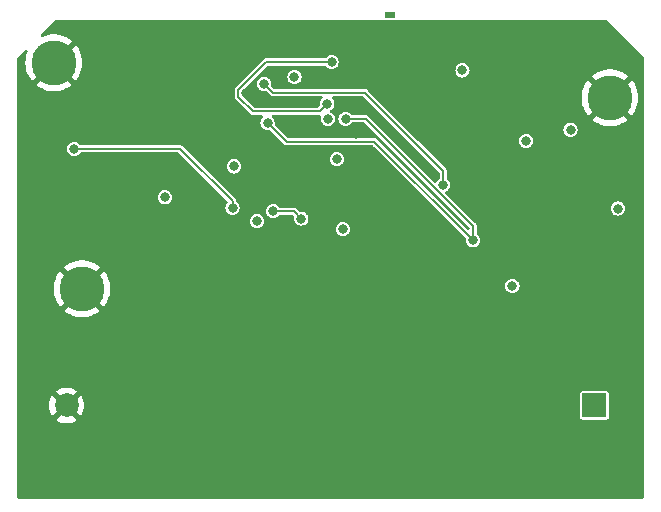
<source format=gbr>
%TF.GenerationSoftware,KiCad,Pcbnew,7.0.2*%
%TF.CreationDate,2023-05-16T00:14:24-03:00*%
%TF.ProjectId,fullWirelessComTractian,66756c6c-5769-4726-956c-657373436f6d,rev?*%
%TF.SameCoordinates,Original*%
%TF.FileFunction,Copper,L4,Bot*%
%TF.FilePolarity,Positive*%
%FSLAX46Y46*%
G04 Gerber Fmt 4.6, Leading zero omitted, Abs format (unit mm)*
G04 Created by KiCad (PCBNEW 7.0.2) date 2023-05-16 00:14:24*
%MOMM*%
%LPD*%
G01*
G04 APERTURE LIST*
%TA.AperFunction,ComponentPad*%
%ADD10R,0.900000X0.500000*%
%TD*%
%TA.AperFunction,ComponentPad*%
%ADD11C,3.800000*%
%TD*%
%TA.AperFunction,ComponentPad*%
%ADD12R,2.000000X2.000000*%
%TD*%
%TA.AperFunction,ComponentPad*%
%ADD13C,2.000000*%
%TD*%
%TA.AperFunction,ViaPad*%
%ADD14C,0.800000*%
%TD*%
%TA.AperFunction,Conductor*%
%ADD15C,0.200000*%
%TD*%
G04 APERTURE END LIST*
D10*
%TO.P,ANT1,2,Shield*%
%TO.N,GND*%
X159870000Y-92185000D03*
%TD*%
D11*
%TO.P,REF\u002A\u002A,1*%
%TO.N,GND*%
X178490000Y-99180000D03*
%TD*%
%TO.P,REF\u002A\u002A,1*%
%TO.N,GND*%
X131400000Y-96210000D03*
%TD*%
%TO.P,REF\u002A\u002A,1*%
%TO.N,GND*%
X133790000Y-115350000D03*
%TD*%
D12*
%TO.P,BT1,1,+*%
%TO.N,Net-(BT1-+)*%
X177180000Y-125230000D03*
D13*
%TO.P,BT1,2,-*%
%TO.N,GND*%
X132480000Y-125230000D03*
%TD*%
D14*
%TO.N,GND*%
X133760000Y-101330000D03*
X150900000Y-117760000D03*
X161400000Y-95690000D03*
X167060000Y-95860000D03*
X138140000Y-97000000D03*
X129160000Y-106660000D03*
X174510000Y-104250000D03*
X160210000Y-93630000D03*
X174570000Y-93630000D03*
X160780000Y-97740000D03*
X165380000Y-111310000D03*
X150820000Y-93640000D03*
X159220000Y-117700000D03*
X167180000Y-117560000D03*
X151780000Y-104830000D03*
X148270000Y-93600000D03*
X151410000Y-95310000D03*
X130850000Y-101220000D03*
X137540000Y-114040000D03*
X144060000Y-115520000D03*
X130690000Y-104910000D03*
X162900000Y-93630000D03*
X151780000Y-103740000D03*
X171490000Y-93650000D03*
X143720000Y-113070000D03*
X168610000Y-93690000D03*
X151790000Y-105910000D03*
X155020000Y-117700000D03*
X130140000Y-115740000D03*
X177330000Y-102610000D03*
X143410000Y-101020000D03*
X140650000Y-96970000D03*
X138350000Y-116800000D03*
X147050000Y-115540000D03*
X150640000Y-103730000D03*
X163380000Y-102360000D03*
X177380000Y-93620000D03*
X145380000Y-93500000D03*
X130570000Y-99000000D03*
X180170000Y-103420000D03*
X148940000Y-95310000D03*
X163170000Y-97870000D03*
X140670000Y-93530000D03*
X172960000Y-95870000D03*
X129160000Y-110090000D03*
X141430000Y-95380000D03*
X169900000Y-95860000D03*
X156953419Y-102219078D03*
X146850000Y-95270000D03*
X138160000Y-93560000D03*
X147250000Y-117730000D03*
X151560000Y-99660000D03*
X172980000Y-106090000D03*
X160870000Y-109300000D03*
X155400000Y-93680000D03*
X152910000Y-104800000D03*
X144770000Y-102570000D03*
X135180000Y-96510000D03*
X145360000Y-96940000D03*
X141680000Y-100010000D03*
X172690000Y-108690000D03*
X141270000Y-116490000D03*
X162250000Y-99980000D03*
X155680000Y-105759500D03*
X165730000Y-93650000D03*
X141790000Y-102460000D03*
X152910000Y-103710000D03*
X145470000Y-100100000D03*
X143940000Y-95350000D03*
X129330000Y-112730000D03*
X175160000Y-100260000D03*
X129410000Y-103070000D03*
X147690000Y-98800000D03*
X175770000Y-95820000D03*
X139230000Y-95380000D03*
X177580000Y-108010000D03*
X177020000Y-106060000D03*
X133740000Y-98360000D03*
X136720000Y-95410000D03*
X150650000Y-105900000D03*
X169820000Y-105760000D03*
X135460000Y-93590000D03*
X145280000Y-111170000D03*
X163930000Y-95690000D03*
X150640000Y-104820000D03*
X153200000Y-93730000D03*
X154480000Y-95320000D03*
X131700000Y-111420000D03*
X130940000Y-108390000D03*
X142850000Y-96970000D03*
X164070000Y-117580000D03*
X142870000Y-93530000D03*
X132290000Y-93560000D03*
X158740000Y-98790000D03*
X174370000Y-107680000D03*
X141080000Y-114100000D03*
X164090000Y-111320000D03*
X152920000Y-105880000D03*
X178750000Y-95740000D03*
%TO.N,Net-(U1-CHIP_PU)*%
X149500000Y-101290000D03*
X156110000Y-100960000D03*
X166900000Y-111250000D03*
%TO.N,Net-(C8-Pad1)*%
X154560000Y-99680000D03*
X154920000Y-96150000D03*
%TO.N,VDD33*%
X155880000Y-110300000D03*
X155370000Y-104389500D03*
X175150000Y-101880000D03*
X170230000Y-115120000D03*
X148604469Y-109631825D03*
X171400000Y-102820000D03*
X146660000Y-104990000D03*
X179160000Y-108560000D03*
X140800000Y-107610000D03*
X151780000Y-97420000D03*
X154610000Y-100970000D03*
X166000000Y-96860000D03*
%TO.N,DMWP*%
X146535480Y-108485480D03*
X133130000Y-103510000D03*
%TO.N,PMHD*%
X152360000Y-109410000D03*
X149970000Y-108780000D03*
%TO.N,Net-(U6-V_{OUT})*%
X164380000Y-106550000D03*
X149200000Y-97990000D03*
%TD*%
D15*
%TO.N,Net-(U1-CHIP_PU)*%
X166900000Y-110031666D02*
X166900000Y-111250000D01*
X149500000Y-101290000D02*
X151109078Y-102899078D01*
X158549078Y-102899078D02*
X166900000Y-111250000D01*
X156110000Y-100960000D02*
X157828334Y-100960000D01*
X151109078Y-102899078D02*
X158549078Y-102899078D01*
X157828334Y-100960000D02*
X166900000Y-110031666D01*
%TO.N,Net-(C8-Pad1)*%
X147010000Y-99081666D02*
X147010000Y-98518334D01*
X148268334Y-100340000D02*
X147010000Y-99081666D01*
X149378334Y-96150000D02*
X154920000Y-96150000D01*
X147010000Y-98518334D02*
X149378334Y-96150000D01*
X153900000Y-100340000D02*
X148268334Y-100340000D01*
X154560000Y-99680000D02*
X153900000Y-100340000D01*
%TO.N,DMWP*%
X146535480Y-108485480D02*
X146535480Y-107925480D01*
X142120000Y-103510000D02*
X133130000Y-103510000D01*
X146535480Y-107925480D02*
X142120000Y-103510000D01*
%TO.N,PMHD*%
X151730000Y-108780000D02*
X152360000Y-109410000D01*
X149970000Y-108780000D02*
X151730000Y-108780000D01*
%TO.N,Net-(U6-V_{OUT})*%
X157728334Y-98740000D02*
X164380000Y-105391666D01*
X164380000Y-105391666D02*
X164380000Y-106550000D01*
X149950000Y-98740000D02*
X157728334Y-98740000D01*
X149200000Y-97990000D02*
X149950000Y-98740000D01*
%TD*%
%TA.AperFunction,Conductor*%
%TO.N,GND*%
G36*
X157619540Y-99060185D02*
G01*
X157640182Y-99076819D01*
X164043181Y-105479817D01*
X164076666Y-105541140D01*
X164079500Y-105567498D01*
X164079500Y-105962517D01*
X164059815Y-106029556D01*
X164030986Y-106060893D01*
X163951717Y-106121717D01*
X163855463Y-106247158D01*
X163834220Y-106298445D01*
X163790378Y-106352849D01*
X163724084Y-106374913D01*
X163656385Y-106357633D01*
X163631978Y-106338673D01*
X158089784Y-100796479D01*
X158079831Y-100782645D01*
X158038015Y-100744524D01*
X158033874Y-100740569D01*
X158020444Y-100727139D01*
X158009012Y-100718083D01*
X157989268Y-100700084D01*
X157982802Y-100697579D01*
X157957526Y-100684256D01*
X157951815Y-100680344D01*
X157951814Y-100680343D01*
X157951812Y-100680342D01*
X157925818Y-100674228D01*
X157909421Y-100669151D01*
X157884507Y-100659500D01*
X157877583Y-100659500D01*
X157849193Y-100656206D01*
X157842453Y-100654621D01*
X157842452Y-100654621D01*
X157831091Y-100656206D01*
X157816000Y-100658311D01*
X157798869Y-100659500D01*
X156697482Y-100659500D01*
X156630443Y-100639815D01*
X156599106Y-100610986D01*
X156596519Y-100607615D01*
X156538282Y-100531718D01*
X156425874Y-100445464D01*
X156412840Y-100435463D01*
X156266762Y-100374956D01*
X156110000Y-100354317D01*
X155953237Y-100374956D01*
X155807159Y-100435463D01*
X155681717Y-100531717D01*
X155585463Y-100657159D01*
X155524956Y-100803237D01*
X155504317Y-100960000D01*
X155524956Y-101116762D01*
X155585463Y-101262840D01*
X155681717Y-101388282D01*
X155807159Y-101484535D01*
X155807159Y-101484536D01*
X155953238Y-101545044D01*
X156110000Y-101565682D01*
X156266762Y-101545044D01*
X156412841Y-101484536D01*
X156538282Y-101388282D01*
X156599106Y-101309013D01*
X156655533Y-101267811D01*
X156697482Y-101260500D01*
X157652501Y-101260500D01*
X157719540Y-101280185D01*
X157740182Y-101296819D01*
X166563181Y-110119818D01*
X166596666Y-110181141D01*
X166599500Y-110207499D01*
X166599500Y-110225167D01*
X166579815Y-110292206D01*
X166527011Y-110337961D01*
X166457853Y-110347905D01*
X166394297Y-110318880D01*
X166387819Y-110312848D01*
X158810528Y-102735557D01*
X158800575Y-102721723D01*
X158758759Y-102683602D01*
X158754618Y-102679647D01*
X158741188Y-102666217D01*
X158729756Y-102657161D01*
X158710012Y-102639162D01*
X158703546Y-102636657D01*
X158678270Y-102623334D01*
X158672559Y-102619422D01*
X158672558Y-102619421D01*
X158672556Y-102619420D01*
X158646562Y-102613306D01*
X158630165Y-102608229D01*
X158605251Y-102598578D01*
X158598327Y-102598578D01*
X158569937Y-102595284D01*
X158563197Y-102593699D01*
X158563196Y-102593699D01*
X158551835Y-102595284D01*
X158536744Y-102597389D01*
X158519613Y-102598578D01*
X151284911Y-102598578D01*
X151217872Y-102578893D01*
X151197230Y-102562259D01*
X150127898Y-101492927D01*
X150094413Y-101431604D01*
X150092640Y-101389063D01*
X150105682Y-101290000D01*
X150085044Y-101133238D01*
X150024536Y-100987159D01*
X150024535Y-100987159D01*
X149918344Y-100848766D01*
X149919077Y-100848203D01*
X149888588Y-100806446D01*
X149884434Y-100736700D01*
X149918648Y-100675780D01*
X149980365Y-100643028D01*
X150005278Y-100640500D01*
X153830757Y-100640500D01*
X153847577Y-100643243D01*
X153857762Y-100642772D01*
X153857765Y-100642773D01*
X153904080Y-100640631D01*
X153909805Y-100640500D01*
X153910928Y-100640500D01*
X153977967Y-100660185D01*
X154023722Y-100712989D01*
X154033666Y-100782147D01*
X154025491Y-100811945D01*
X154024956Y-100813238D01*
X154024955Y-100813241D01*
X154004317Y-100970000D01*
X154024956Y-101126762D01*
X154085463Y-101272840D01*
X154181717Y-101398282D01*
X154272597Y-101468016D01*
X154307159Y-101494536D01*
X154453238Y-101555044D01*
X154610000Y-101575682D01*
X154766762Y-101555044D01*
X154912841Y-101494536D01*
X155038282Y-101398282D01*
X155134536Y-101272841D01*
X155195044Y-101126762D01*
X155215682Y-100970000D01*
X155214365Y-100960000D01*
X155199647Y-100848203D01*
X155195044Y-100813238D01*
X155134536Y-100667159D01*
X155126863Y-100657159D01*
X155038282Y-100541717D01*
X154912842Y-100445464D01*
X154873589Y-100429205D01*
X154819186Y-100385363D01*
X154797122Y-100319069D01*
X154814402Y-100251370D01*
X154851615Y-100216722D01*
X154849890Y-100214474D01*
X154988282Y-100108282D01*
X155018604Y-100068765D01*
X155084536Y-99982841D01*
X155145044Y-99836762D01*
X155165682Y-99680000D01*
X155145044Y-99523238D01*
X155084536Y-99377159D01*
X155036831Y-99314988D01*
X154979280Y-99239986D01*
X154954086Y-99174817D01*
X154968124Y-99106372D01*
X155016938Y-99056383D01*
X155077656Y-99040500D01*
X157552501Y-99040500D01*
X157619540Y-99060185D01*
G37*
%TD.AperFunction*%
%TA.AperFunction,Conductor*%
G36*
X178235677Y-92599685D02*
G01*
X178256319Y-92616319D01*
X181333681Y-95693681D01*
X181367166Y-95755004D01*
X181370000Y-95781362D01*
X181370000Y-132996000D01*
X181350315Y-133063039D01*
X181297511Y-133108794D01*
X181246000Y-133120000D01*
X128404000Y-133120000D01*
X128336961Y-133100315D01*
X128291206Y-133047511D01*
X128280000Y-132996000D01*
X128280000Y-125230000D01*
X130974858Y-125230000D01*
X130995386Y-125477732D01*
X131056413Y-125718721D01*
X131156268Y-125946370D01*
X131256563Y-126099882D01*
X131256564Y-126099882D01*
X131988866Y-125367580D01*
X132011318Y-125444040D01*
X132090605Y-125567413D01*
X132201438Y-125663451D01*
X132334839Y-125724373D01*
X132338634Y-125724918D01*
X131609942Y-126453609D01*
X131609942Y-126453610D01*
X131656766Y-126490055D01*
X131875393Y-126608368D01*
X132110506Y-126689083D01*
X132355707Y-126730000D01*
X132604293Y-126730000D01*
X132849493Y-126689083D01*
X133084606Y-126608368D01*
X133303233Y-126490053D01*
X133350056Y-126453609D01*
X133146195Y-126249748D01*
X175979500Y-126249748D01*
X175991132Y-126308230D01*
X176035447Y-126374552D01*
X176101769Y-126418867D01*
X176160251Y-126430500D01*
X176160252Y-126430500D01*
X178199749Y-126430500D01*
X178228989Y-126424683D01*
X178258231Y-126418867D01*
X178324552Y-126374552D01*
X178368867Y-126308231D01*
X178380500Y-126249748D01*
X178380500Y-124210252D01*
X178368867Y-124151769D01*
X178368867Y-124151768D01*
X178324552Y-124085447D01*
X178258230Y-124041132D01*
X178199749Y-124029500D01*
X178199748Y-124029500D01*
X176160252Y-124029500D01*
X176160251Y-124029500D01*
X176101769Y-124041132D01*
X176035447Y-124085447D01*
X175991132Y-124151769D01*
X175979500Y-124210251D01*
X175979500Y-126249748D01*
X133146195Y-126249748D01*
X132621365Y-125724918D01*
X132625161Y-125724373D01*
X132758562Y-125663451D01*
X132869395Y-125567413D01*
X132948682Y-125444040D01*
X132971132Y-125367580D01*
X133703434Y-126099882D01*
X133803730Y-125946369D01*
X133903586Y-125718721D01*
X133964613Y-125477732D01*
X133985141Y-125230000D01*
X133964613Y-124982267D01*
X133903586Y-124741278D01*
X133803730Y-124513630D01*
X133703434Y-124360116D01*
X132971132Y-125092418D01*
X132948682Y-125015960D01*
X132869395Y-124892587D01*
X132758562Y-124796549D01*
X132625161Y-124735627D01*
X132621366Y-124735081D01*
X133350057Y-124006390D01*
X133350056Y-124006388D01*
X133303235Y-123969947D01*
X133084606Y-123851631D01*
X132849493Y-123770916D01*
X132604293Y-123730000D01*
X132355707Y-123730000D01*
X132110506Y-123770916D01*
X131875393Y-123851631D01*
X131656764Y-123969946D01*
X131609942Y-124006388D01*
X131609942Y-124006390D01*
X132338634Y-124735081D01*
X132334839Y-124735627D01*
X132201438Y-124796549D01*
X132090605Y-124892587D01*
X132011318Y-125015960D01*
X131988867Y-125092419D01*
X131256564Y-124360116D01*
X131156266Y-124513634D01*
X131056413Y-124741278D01*
X130995386Y-124982267D01*
X130974858Y-125230000D01*
X128280000Y-125230000D01*
X128280000Y-115353894D01*
X131385500Y-115353894D01*
X131403972Y-115647500D01*
X131404946Y-115655220D01*
X131460073Y-115944206D01*
X131462009Y-115951745D01*
X131552921Y-116231541D01*
X131555781Y-116238765D01*
X131681050Y-116504976D01*
X131684792Y-116511782D01*
X131842430Y-116760181D01*
X131847006Y-116766479D01*
X131925312Y-116861134D01*
X132854211Y-115932235D01*
X132954894Y-116073624D01*
X133106932Y-116218592D01*
X133209222Y-116284329D01*
X132276564Y-117216986D01*
X132498320Y-117378102D01*
X132504891Y-117382272D01*
X132762694Y-117524000D01*
X132769733Y-117527313D01*
X133043270Y-117635613D01*
X133050665Y-117638016D01*
X133335625Y-117711182D01*
X133343256Y-117712637D01*
X133635140Y-117749511D01*
X133642899Y-117750000D01*
X133937101Y-117750000D01*
X133944859Y-117749511D01*
X134236743Y-117712637D01*
X134244374Y-117711182D01*
X134529334Y-117638016D01*
X134536729Y-117635613D01*
X134810266Y-117527313D01*
X134817305Y-117524000D01*
X135075108Y-117382272D01*
X135081678Y-117378102D01*
X135303433Y-117216986D01*
X135303434Y-117216986D01*
X134373306Y-116286859D01*
X134387410Y-116279589D01*
X134552540Y-116149729D01*
X134690110Y-115990965D01*
X134724665Y-115931112D01*
X135654686Y-116861133D01*
X135732997Y-116766474D01*
X135737568Y-116760182D01*
X135895207Y-116511782D01*
X135898949Y-116504976D01*
X136024218Y-116238765D01*
X136027078Y-116231541D01*
X136117990Y-115951745D01*
X136119926Y-115944206D01*
X136175053Y-115655220D01*
X136176027Y-115647500D01*
X136194500Y-115353894D01*
X136194500Y-115346105D01*
X136180274Y-115120000D01*
X169624317Y-115120000D01*
X169644956Y-115276762D01*
X169705463Y-115422840D01*
X169801717Y-115548282D01*
X169927159Y-115644535D01*
X169927159Y-115644536D01*
X170073238Y-115705044D01*
X170209361Y-115722964D01*
X170229999Y-115725682D01*
X170229999Y-115725681D01*
X170230000Y-115725682D01*
X170386762Y-115705044D01*
X170532841Y-115644536D01*
X170658282Y-115548282D01*
X170754536Y-115422841D01*
X170815044Y-115276762D01*
X170835682Y-115120000D01*
X170815044Y-114963238D01*
X170754536Y-114817159D01*
X170739450Y-114797498D01*
X170658282Y-114691717D01*
X170532840Y-114595463D01*
X170386762Y-114534956D01*
X170230000Y-114514317D01*
X170073237Y-114534956D01*
X169927159Y-114595463D01*
X169801717Y-114691717D01*
X169705463Y-114817159D01*
X169644956Y-114963237D01*
X169624317Y-115120000D01*
X136180274Y-115120000D01*
X136176027Y-115052499D01*
X136175053Y-115044779D01*
X136119926Y-114755793D01*
X136117990Y-114748254D01*
X136027078Y-114468458D01*
X136024218Y-114461234D01*
X135898949Y-114195023D01*
X135895207Y-114188217D01*
X135737569Y-113939818D01*
X135732993Y-113933520D01*
X135654686Y-113838864D01*
X134725787Y-114767763D01*
X134625106Y-114626376D01*
X134473068Y-114481408D01*
X134370777Y-114415669D01*
X135303434Y-113483012D01*
X135081679Y-113321897D01*
X135075108Y-113317727D01*
X134817305Y-113175999D01*
X134810266Y-113172686D01*
X134536729Y-113064386D01*
X134529334Y-113061983D01*
X134244374Y-112988817D01*
X134236743Y-112987362D01*
X133944859Y-112950488D01*
X133937101Y-112950000D01*
X133642899Y-112950000D01*
X133635140Y-112950488D01*
X133343256Y-112987362D01*
X133335625Y-112988817D01*
X133050665Y-113061983D01*
X133043270Y-113064386D01*
X132769733Y-113172686D01*
X132762694Y-113175999D01*
X132504899Y-113317723D01*
X132498309Y-113321905D01*
X132276565Y-113483011D01*
X132276564Y-113483012D01*
X133206693Y-114413140D01*
X133192590Y-114420411D01*
X133027460Y-114550271D01*
X132889890Y-114709035D01*
X132855334Y-114768886D01*
X131925312Y-113838864D01*
X131846995Y-113933534D01*
X131842434Y-113939812D01*
X131684792Y-114188217D01*
X131681050Y-114195023D01*
X131555781Y-114461234D01*
X131552921Y-114468458D01*
X131462009Y-114748254D01*
X131460073Y-114755793D01*
X131404946Y-115044779D01*
X131403972Y-115052499D01*
X131385500Y-115346105D01*
X131385500Y-115353894D01*
X128280000Y-115353894D01*
X128280000Y-110300000D01*
X155274317Y-110300000D01*
X155294956Y-110456762D01*
X155355463Y-110602840D01*
X155451717Y-110728282D01*
X155577158Y-110824536D01*
X155577159Y-110824536D01*
X155723238Y-110885044D01*
X155880000Y-110905682D01*
X156036762Y-110885044D01*
X156182841Y-110824536D01*
X156308282Y-110728282D01*
X156404536Y-110602841D01*
X156465044Y-110456762D01*
X156485682Y-110300000D01*
X156465044Y-110143238D01*
X156404536Y-109997159D01*
X156397774Y-109988346D01*
X156308282Y-109871717D01*
X156182840Y-109775463D01*
X156036762Y-109714956D01*
X155879999Y-109694317D01*
X155723237Y-109714956D01*
X155577159Y-109775463D01*
X155451717Y-109871717D01*
X155355463Y-109997159D01*
X155294956Y-110143237D01*
X155274317Y-110300000D01*
X128280000Y-110300000D01*
X128280000Y-109631824D01*
X147998786Y-109631824D01*
X148019425Y-109788587D01*
X148079932Y-109934665D01*
X148176186Y-110060107D01*
X148254004Y-110119818D01*
X148301628Y-110156361D01*
X148447707Y-110216869D01*
X148604469Y-110237507D01*
X148761231Y-110216869D01*
X148907310Y-110156361D01*
X149032751Y-110060107D01*
X149129005Y-109934666D01*
X149189513Y-109788587D01*
X149210151Y-109631825D01*
X149189513Y-109475063D01*
X149129005Y-109328984D01*
X149115159Y-109310939D01*
X149032751Y-109203542D01*
X148907309Y-109107288D01*
X148761231Y-109046781D01*
X148604469Y-109026142D01*
X148447706Y-109046781D01*
X148301628Y-109107288D01*
X148176186Y-109203542D01*
X148079932Y-109328984D01*
X148019425Y-109475062D01*
X147998786Y-109631824D01*
X128280000Y-109631824D01*
X128280000Y-107610000D01*
X140194317Y-107610000D01*
X140214956Y-107766762D01*
X140275463Y-107912840D01*
X140371717Y-108038282D01*
X140497159Y-108134536D01*
X140643238Y-108195044D01*
X140800000Y-108215682D01*
X140956762Y-108195044D01*
X141102841Y-108134536D01*
X141228282Y-108038282D01*
X141324536Y-107912841D01*
X141385044Y-107766762D01*
X141405682Y-107610000D01*
X141385044Y-107453238D01*
X141324536Y-107307159D01*
X141270470Y-107236698D01*
X141228282Y-107181717D01*
X141102840Y-107085463D01*
X140956762Y-107024956D01*
X140800000Y-107004317D01*
X140643237Y-107024956D01*
X140497159Y-107085463D01*
X140371717Y-107181717D01*
X140275463Y-107307159D01*
X140214956Y-107453237D01*
X140194317Y-107610000D01*
X128280000Y-107610000D01*
X128280000Y-103509999D01*
X132524317Y-103509999D01*
X132544956Y-103666762D01*
X132605463Y-103812840D01*
X132701717Y-103938282D01*
X132827159Y-104034536D01*
X132973238Y-104095044D01*
X133130000Y-104115682D01*
X133286762Y-104095044D01*
X133432841Y-104034536D01*
X133558282Y-103938282D01*
X133619106Y-103859013D01*
X133675533Y-103817811D01*
X133717482Y-103810500D01*
X141944167Y-103810500D01*
X142011206Y-103830185D01*
X142031848Y-103846819D01*
X146088929Y-107903900D01*
X146122414Y-107965223D01*
X146117430Y-108034915D01*
X146099624Y-108067067D01*
X146010943Y-108182639D01*
X145950436Y-108328717D01*
X145929797Y-108485480D01*
X145950436Y-108642242D01*
X146010943Y-108788320D01*
X146107197Y-108913762D01*
X146232638Y-109010016D01*
X146232639Y-109010016D01*
X146378718Y-109070524D01*
X146535480Y-109091162D01*
X146692242Y-109070524D01*
X146838321Y-109010016D01*
X146963762Y-108913762D01*
X147060016Y-108788321D01*
X147063463Y-108780000D01*
X149364317Y-108780000D01*
X149384956Y-108936762D01*
X149445463Y-109082840D01*
X149541717Y-109208282D01*
X149667158Y-109304536D01*
X149667159Y-109304536D01*
X149813238Y-109365044D01*
X149949360Y-109382964D01*
X149969999Y-109385682D01*
X149969999Y-109385681D01*
X149970000Y-109385682D01*
X150126762Y-109365044D01*
X150272841Y-109304536D01*
X150398282Y-109208282D01*
X150459106Y-109129013D01*
X150515533Y-109087811D01*
X150557482Y-109080500D01*
X151554167Y-109080500D01*
X151621206Y-109100185D01*
X151641842Y-109116813D01*
X151732102Y-109207074D01*
X151765586Y-109268397D01*
X151767359Y-109310939D01*
X151754317Y-109409999D01*
X151774956Y-109566762D01*
X151835463Y-109712840D01*
X151931717Y-109838282D01*
X152039821Y-109921232D01*
X152057159Y-109934536D01*
X152203238Y-109995044D01*
X152339360Y-110012964D01*
X152359999Y-110015682D01*
X152359999Y-110015681D01*
X152360000Y-110015682D01*
X152516762Y-109995044D01*
X152662841Y-109934536D01*
X152788282Y-109838282D01*
X152884536Y-109712841D01*
X152945044Y-109566762D01*
X152965682Y-109410000D01*
X152945044Y-109253238D01*
X152884536Y-109107159D01*
X152865876Y-109082841D01*
X152788282Y-108981717D01*
X152662840Y-108885463D01*
X152516762Y-108824956D01*
X152359999Y-108804317D01*
X152260938Y-108817359D01*
X152191902Y-108806593D01*
X152157072Y-108782101D01*
X151991450Y-108616479D01*
X151981497Y-108602645D01*
X151939681Y-108564524D01*
X151935540Y-108560569D01*
X151922110Y-108547139D01*
X151910678Y-108538083D01*
X151890934Y-108520084D01*
X151884468Y-108517579D01*
X151859192Y-108504256D01*
X151853481Y-108500344D01*
X151853480Y-108500343D01*
X151853478Y-108500342D01*
X151827484Y-108494228D01*
X151811087Y-108489151D01*
X151786173Y-108479500D01*
X151779249Y-108479500D01*
X151750859Y-108476206D01*
X151744119Y-108474621D01*
X151744118Y-108474621D01*
X151732757Y-108476206D01*
X151717666Y-108478311D01*
X151700535Y-108479500D01*
X150557482Y-108479500D01*
X150490443Y-108459815D01*
X150459106Y-108430986D01*
X150437814Y-108403238D01*
X150398282Y-108351718D01*
X150368307Y-108328717D01*
X150272840Y-108255463D01*
X150126762Y-108194956D01*
X149970000Y-108174317D01*
X149813237Y-108194956D01*
X149667159Y-108255463D01*
X149541717Y-108351717D01*
X149445463Y-108477159D01*
X149384956Y-108623237D01*
X149364317Y-108780000D01*
X147063463Y-108780000D01*
X147120524Y-108642242D01*
X147141162Y-108485480D01*
X147120524Y-108328718D01*
X147060016Y-108182639D01*
X147053630Y-108174317D01*
X146963762Y-108057197D01*
X146884494Y-107996373D01*
X146843291Y-107939945D01*
X146835980Y-107897997D01*
X146835980Y-107896657D01*
X146834297Y-107882160D01*
X146833065Y-107855489D01*
X146830266Y-107849151D01*
X146821812Y-107821847D01*
X146820541Y-107815048D01*
X146820541Y-107815047D01*
X146806477Y-107792333D01*
X146798474Y-107777149D01*
X146793888Y-107766762D01*
X146787686Y-107752715D01*
X146782790Y-107747819D01*
X146765043Y-107725413D01*
X146761399Y-107719528D01*
X146740082Y-107703430D01*
X146727128Y-107692157D01*
X144024971Y-104990000D01*
X146054317Y-104990000D01*
X146074956Y-105146762D01*
X146135463Y-105292840D01*
X146231717Y-105418282D01*
X146287273Y-105460911D01*
X146357159Y-105514536D01*
X146503238Y-105575044D01*
X146660000Y-105595682D01*
X146816762Y-105575044D01*
X146962841Y-105514536D01*
X147088282Y-105418282D01*
X147184536Y-105292841D01*
X147245044Y-105146762D01*
X147265682Y-104990000D01*
X147245044Y-104833238D01*
X147184536Y-104687159D01*
X147184536Y-104687158D01*
X147088282Y-104561717D01*
X146962840Y-104465463D01*
X146816762Y-104404956D01*
X146699367Y-104389500D01*
X154764317Y-104389500D01*
X154784956Y-104546262D01*
X154845463Y-104692340D01*
X154941717Y-104817782D01*
X155067159Y-104914036D01*
X155213238Y-104974544D01*
X155370000Y-104995182D01*
X155526762Y-104974544D01*
X155672841Y-104914036D01*
X155798282Y-104817782D01*
X155894536Y-104692341D01*
X155955044Y-104546262D01*
X155975682Y-104389500D01*
X155955044Y-104232738D01*
X155894536Y-104086659D01*
X155854541Y-104034536D01*
X155798282Y-103961217D01*
X155672840Y-103864963D01*
X155526762Y-103804456D01*
X155370000Y-103783817D01*
X155213237Y-103804456D01*
X155067159Y-103864963D01*
X154941717Y-103961217D01*
X154845463Y-104086659D01*
X154784956Y-104232737D01*
X154764317Y-104389500D01*
X146699367Y-104389500D01*
X146660000Y-104384317D01*
X146503237Y-104404956D01*
X146357159Y-104465463D01*
X146231717Y-104561717D01*
X146135463Y-104687159D01*
X146074956Y-104833237D01*
X146054317Y-104990000D01*
X144024971Y-104990000D01*
X142381450Y-103346479D01*
X142371497Y-103332645D01*
X142329681Y-103294524D01*
X142325540Y-103290569D01*
X142312110Y-103277139D01*
X142300678Y-103268083D01*
X142280934Y-103250084D01*
X142274468Y-103247579D01*
X142249192Y-103234256D01*
X142243481Y-103230344D01*
X142243480Y-103230343D01*
X142243478Y-103230342D01*
X142217484Y-103224228D01*
X142201087Y-103219151D01*
X142176173Y-103209500D01*
X142169249Y-103209500D01*
X142140859Y-103206206D01*
X142134119Y-103204621D01*
X142134118Y-103204621D01*
X142122757Y-103206206D01*
X142107666Y-103208311D01*
X142090535Y-103209500D01*
X133717482Y-103209500D01*
X133650443Y-103189815D01*
X133619106Y-103160986D01*
X133617577Y-103158994D01*
X133558282Y-103081718D01*
X133551399Y-103076436D01*
X133432840Y-102985463D01*
X133286762Y-102924956D01*
X133130000Y-102904317D01*
X132973237Y-102924956D01*
X132827159Y-102985463D01*
X132701717Y-103081717D01*
X132605463Y-103207159D01*
X132544956Y-103353237D01*
X132524317Y-103509999D01*
X128280000Y-103509999D01*
X128280000Y-95901361D01*
X128299685Y-95834322D01*
X128316314Y-95813685D01*
X128980708Y-95149291D01*
X129042029Y-95115808D01*
X129111721Y-95120792D01*
X129167654Y-95162664D01*
X129192071Y-95228128D01*
X129180586Y-95289769D01*
X129165786Y-95321220D01*
X129162921Y-95328458D01*
X129072009Y-95608254D01*
X129070073Y-95615793D01*
X129014946Y-95904779D01*
X129013972Y-95912499D01*
X128995500Y-96206105D01*
X128995500Y-96213894D01*
X129013972Y-96507500D01*
X129014946Y-96515220D01*
X129070073Y-96804206D01*
X129072009Y-96811745D01*
X129162921Y-97091541D01*
X129165781Y-97098765D01*
X129291050Y-97364976D01*
X129294792Y-97371782D01*
X129452430Y-97620181D01*
X129457006Y-97626479D01*
X129535312Y-97721134D01*
X130464210Y-96792235D01*
X130564894Y-96933624D01*
X130716932Y-97078592D01*
X130819222Y-97144329D01*
X129886564Y-98076986D01*
X130108320Y-98238102D01*
X130114891Y-98242272D01*
X130372694Y-98384000D01*
X130379733Y-98387313D01*
X130653270Y-98495613D01*
X130660665Y-98498016D01*
X130945625Y-98571182D01*
X130953256Y-98572637D01*
X131245140Y-98609511D01*
X131252899Y-98610000D01*
X131547101Y-98610000D01*
X131554859Y-98609511D01*
X131846743Y-98572637D01*
X131854374Y-98571182D01*
X132115195Y-98504214D01*
X146704621Y-98504214D01*
X146708311Y-98530667D01*
X146709500Y-98547798D01*
X146709500Y-99012422D01*
X146706756Y-99029243D01*
X146709368Y-99085744D01*
X146709500Y-99091470D01*
X146709500Y-99110484D01*
X146711181Y-99124973D01*
X146712415Y-99151659D01*
X146715213Y-99157996D01*
X146723666Y-99185292D01*
X146724938Y-99192100D01*
X146738997Y-99214806D01*
X146747002Y-99229993D01*
X146757792Y-99254429D01*
X146762688Y-99259325D01*
X146780434Y-99281729D01*
X146784081Y-99287618D01*
X146805396Y-99303714D01*
X146818351Y-99314988D01*
X148006884Y-100503521D01*
X148016841Y-100517358D01*
X148024375Y-100524226D01*
X148024376Y-100524228D01*
X148032591Y-100531717D01*
X148058650Y-100555474D01*
X148062791Y-100559429D01*
X148076222Y-100572860D01*
X148087662Y-100581922D01*
X148107399Y-100599915D01*
X148107400Y-100599915D01*
X148107401Y-100599916D01*
X148113674Y-100602346D01*
X148113857Y-100602417D01*
X148139144Y-100615745D01*
X148144853Y-100619656D01*
X148170848Y-100625769D01*
X148187244Y-100630846D01*
X148212161Y-100640500D01*
X148219085Y-100640500D01*
X148247474Y-100643793D01*
X148254215Y-100645379D01*
X148280667Y-100641688D01*
X148297799Y-100640500D01*
X148994722Y-100640500D01*
X149061761Y-100660185D01*
X149107516Y-100712989D01*
X149117460Y-100782147D01*
X149088435Y-100845703D01*
X149072447Y-100860766D01*
X148975463Y-100987159D01*
X148914956Y-101133237D01*
X148894317Y-101289999D01*
X148914956Y-101446762D01*
X148975463Y-101592840D01*
X149071717Y-101718282D01*
X149197159Y-101814535D01*
X149197159Y-101814536D01*
X149343238Y-101875044D01*
X149479361Y-101892964D01*
X149499999Y-101895682D01*
X149499999Y-101895681D01*
X149500000Y-101895682D01*
X149599061Y-101882640D01*
X149668095Y-101893405D01*
X149702927Y-101917898D01*
X150847628Y-103062599D01*
X150857585Y-103076436D01*
X150865119Y-103083304D01*
X150865120Y-103083306D01*
X150878507Y-103095510D01*
X150899394Y-103114552D01*
X150903535Y-103118507D01*
X150916965Y-103131937D01*
X150928400Y-103140994D01*
X150948145Y-103158994D01*
X150954599Y-103161494D01*
X150979883Y-103174821D01*
X150985597Y-103178735D01*
X151011603Y-103184851D01*
X151027995Y-103189927D01*
X151052905Y-103199578D01*
X151059830Y-103199578D01*
X151088220Y-103202872D01*
X151094959Y-103204457D01*
X151121410Y-103200767D01*
X151138542Y-103199578D01*
X158373245Y-103199578D01*
X158440284Y-103219263D01*
X158460926Y-103235897D01*
X166272101Y-111047072D01*
X166305586Y-111108395D01*
X166307359Y-111150938D01*
X166294317Y-111249999D01*
X166314956Y-111406762D01*
X166375463Y-111552840D01*
X166471717Y-111678282D01*
X166597159Y-111774535D01*
X166597159Y-111774536D01*
X166743238Y-111835044D01*
X166900000Y-111855682D01*
X167056762Y-111835044D01*
X167202841Y-111774536D01*
X167328282Y-111678282D01*
X167424536Y-111552841D01*
X167485044Y-111406762D01*
X167505682Y-111250000D01*
X167485044Y-111093238D01*
X167424536Y-110947159D01*
X167376873Y-110885043D01*
X167328282Y-110821717D01*
X167249014Y-110760893D01*
X167207811Y-110704465D01*
X167200500Y-110662517D01*
X167200500Y-110100911D01*
X167203243Y-110084090D01*
X167202772Y-110073903D01*
X167202773Y-110073901D01*
X167200632Y-110027585D01*
X167200500Y-110021860D01*
X167200500Y-110002843D01*
X167198817Y-109988346D01*
X167197585Y-109961674D01*
X167194786Y-109955336D01*
X167186332Y-109928033D01*
X167185061Y-109921233D01*
X167171002Y-109898526D01*
X167162995Y-109883336D01*
X167157865Y-109871718D01*
X167152206Y-109858901D01*
X167147309Y-109854004D01*
X167129563Y-109831599D01*
X167125919Y-109825714D01*
X167104602Y-109809616D01*
X167091648Y-109798343D01*
X165853305Y-108560000D01*
X178554317Y-108560000D01*
X178574956Y-108716762D01*
X178635463Y-108862840D01*
X178731717Y-108988282D01*
X178838897Y-109070523D01*
X178857159Y-109084536D01*
X179003238Y-109145044D01*
X179160000Y-109165682D01*
X179316762Y-109145044D01*
X179462841Y-109084536D01*
X179588282Y-108988282D01*
X179684536Y-108862841D01*
X179745044Y-108716762D01*
X179765682Y-108560000D01*
X179745044Y-108403238D01*
X179684536Y-108257159D01*
X179627355Y-108182639D01*
X179588282Y-108131717D01*
X179462840Y-108035463D01*
X179316762Y-107974956D01*
X179160000Y-107954317D01*
X179003237Y-107974956D01*
X178857159Y-108035463D01*
X178731717Y-108131717D01*
X178635463Y-108257159D01*
X178574956Y-108403237D01*
X178554317Y-108560000D01*
X165853305Y-108560000D01*
X164591326Y-107298021D01*
X164557841Y-107236698D01*
X164562825Y-107167006D01*
X164604697Y-107111073D01*
X164631549Y-107095781D01*
X164682841Y-107074536D01*
X164808282Y-106978282D01*
X164904536Y-106852841D01*
X164965044Y-106706762D01*
X164985682Y-106550000D01*
X164965044Y-106393238D01*
X164904536Y-106247159D01*
X164904536Y-106247158D01*
X164808282Y-106121717D01*
X164729014Y-106060893D01*
X164687811Y-106004465D01*
X164680500Y-105962517D01*
X164680500Y-105460911D01*
X164683243Y-105444090D01*
X164682772Y-105433903D01*
X164682773Y-105433901D01*
X164680632Y-105387585D01*
X164680500Y-105381860D01*
X164680500Y-105362843D01*
X164678817Y-105348346D01*
X164677585Y-105321674D01*
X164674786Y-105315336D01*
X164666332Y-105288033D01*
X164665061Y-105281233D01*
X164651002Y-105258526D01*
X164642995Y-105243336D01*
X164632206Y-105218901D01*
X164627309Y-105214004D01*
X164609563Y-105191599D01*
X164605919Y-105185714D01*
X164584602Y-105169616D01*
X164571648Y-105158343D01*
X162233305Y-102820000D01*
X170794317Y-102820000D01*
X170814956Y-102976762D01*
X170875463Y-103122840D01*
X170971717Y-103248282D01*
X171072705Y-103325772D01*
X171097159Y-103344536D01*
X171243238Y-103405044D01*
X171400000Y-103425682D01*
X171556762Y-103405044D01*
X171702841Y-103344536D01*
X171828282Y-103248282D01*
X171924536Y-103122841D01*
X171985044Y-102976762D01*
X172005682Y-102820000D01*
X171985044Y-102663238D01*
X171924536Y-102517159D01*
X171838118Y-102404536D01*
X171828282Y-102391717D01*
X171702840Y-102295463D01*
X171556762Y-102234956D01*
X171400000Y-102214317D01*
X171243237Y-102234956D01*
X171097159Y-102295463D01*
X170971717Y-102391717D01*
X170875463Y-102517159D01*
X170814956Y-102663237D01*
X170794317Y-102820000D01*
X162233305Y-102820000D01*
X161293305Y-101880000D01*
X174544317Y-101880000D01*
X174564956Y-102036762D01*
X174625463Y-102182840D01*
X174721717Y-102308282D01*
X174830453Y-102391717D01*
X174847159Y-102404536D01*
X174993238Y-102465044D01*
X175150000Y-102485682D01*
X175306762Y-102465044D01*
X175452841Y-102404536D01*
X175578282Y-102308282D01*
X175674536Y-102182841D01*
X175735044Y-102036762D01*
X175755682Y-101880000D01*
X175735044Y-101723238D01*
X175674536Y-101577159D01*
X175657566Y-101555043D01*
X175578282Y-101451717D01*
X175452840Y-101355463D01*
X175306762Y-101294956D01*
X175150000Y-101274317D01*
X174993237Y-101294956D01*
X174847159Y-101355463D01*
X174721717Y-101451717D01*
X174625463Y-101577159D01*
X174564956Y-101723237D01*
X174544317Y-101880000D01*
X161293305Y-101880000D01*
X158597199Y-99183894D01*
X176085500Y-99183894D01*
X176103972Y-99477500D01*
X176104946Y-99485220D01*
X176160073Y-99774206D01*
X176162009Y-99781745D01*
X176252921Y-100061541D01*
X176255781Y-100068765D01*
X176381050Y-100334976D01*
X176384792Y-100341782D01*
X176542430Y-100590181D01*
X176547006Y-100596479D01*
X176625312Y-100691134D01*
X177554210Y-99762235D01*
X177654894Y-99903624D01*
X177806932Y-100048592D01*
X177909222Y-100114329D01*
X176976564Y-101046986D01*
X177198320Y-101208102D01*
X177204891Y-101212272D01*
X177462694Y-101354000D01*
X177469733Y-101357313D01*
X177743270Y-101465613D01*
X177750665Y-101468016D01*
X178035625Y-101541182D01*
X178043256Y-101542637D01*
X178335140Y-101579511D01*
X178342899Y-101580000D01*
X178637101Y-101580000D01*
X178644859Y-101579511D01*
X178936743Y-101542637D01*
X178944374Y-101541182D01*
X179229334Y-101468016D01*
X179236729Y-101465613D01*
X179510266Y-101357313D01*
X179517305Y-101354000D01*
X179775108Y-101212272D01*
X179781678Y-101208102D01*
X180003433Y-101046986D01*
X180003434Y-101046986D01*
X179073306Y-100116859D01*
X179087410Y-100109589D01*
X179252540Y-99979729D01*
X179390110Y-99820965D01*
X179424665Y-99761112D01*
X180354686Y-100691133D01*
X180432997Y-100596474D01*
X180437568Y-100590182D01*
X180595207Y-100341782D01*
X180598949Y-100334976D01*
X180724218Y-100068765D01*
X180727078Y-100061541D01*
X180817990Y-99781745D01*
X180819926Y-99774206D01*
X180875053Y-99485220D01*
X180876027Y-99477500D01*
X180894500Y-99183894D01*
X180894500Y-99176105D01*
X180876027Y-98882499D01*
X180875053Y-98874779D01*
X180819926Y-98585793D01*
X180817990Y-98578254D01*
X180727078Y-98298458D01*
X180724218Y-98291234D01*
X180598949Y-98025023D01*
X180595207Y-98018217D01*
X180437569Y-97769818D01*
X180432993Y-97763520D01*
X180354686Y-97668864D01*
X179425787Y-98597762D01*
X179325106Y-98456376D01*
X179173068Y-98311408D01*
X179070776Y-98245669D01*
X180003434Y-97313012D01*
X179781679Y-97151897D01*
X179775108Y-97147727D01*
X179517305Y-97005999D01*
X179510266Y-97002686D01*
X179236729Y-96894386D01*
X179229334Y-96891983D01*
X178944374Y-96818817D01*
X178936743Y-96817362D01*
X178644859Y-96780488D01*
X178637101Y-96780000D01*
X178342899Y-96780000D01*
X178335140Y-96780488D01*
X178043256Y-96817362D01*
X178035625Y-96818817D01*
X177750665Y-96891983D01*
X177743270Y-96894386D01*
X177469733Y-97002686D01*
X177462694Y-97005999D01*
X177204899Y-97147723D01*
X177198309Y-97151905D01*
X176976565Y-97313011D01*
X176976564Y-97313012D01*
X177906693Y-98243140D01*
X177892590Y-98250411D01*
X177727460Y-98380271D01*
X177589890Y-98539035D01*
X177555334Y-98598886D01*
X176625312Y-97668864D01*
X176546995Y-97763534D01*
X176542434Y-97769812D01*
X176384792Y-98018217D01*
X176381050Y-98025023D01*
X176255781Y-98291234D01*
X176252921Y-98298458D01*
X176162009Y-98578254D01*
X176160073Y-98585793D01*
X176104946Y-98874779D01*
X176103972Y-98882499D01*
X176085500Y-99176105D01*
X176085500Y-99183894D01*
X158597199Y-99183894D01*
X157989784Y-98576479D01*
X157979831Y-98562645D01*
X157938015Y-98524524D01*
X157933874Y-98520569D01*
X157920444Y-98507139D01*
X157909012Y-98498083D01*
X157889268Y-98480084D01*
X157882802Y-98477579D01*
X157857526Y-98464256D01*
X157851815Y-98460344D01*
X157851814Y-98460343D01*
X157851812Y-98460342D01*
X157825818Y-98454228D01*
X157809421Y-98449151D01*
X157784507Y-98439500D01*
X157777583Y-98439500D01*
X157749193Y-98436206D01*
X157742453Y-98434621D01*
X157742452Y-98434621D01*
X157731091Y-98436206D01*
X157716000Y-98438311D01*
X157698869Y-98439500D01*
X150125833Y-98439500D01*
X150058794Y-98419815D01*
X150038152Y-98403181D01*
X149827898Y-98192927D01*
X149794413Y-98131604D01*
X149792640Y-98089063D01*
X149805682Y-97990000D01*
X149785044Y-97833238D01*
X149724536Y-97687159D01*
X149673143Y-97620182D01*
X149628282Y-97561717D01*
X149502840Y-97465463D01*
X149393082Y-97420000D01*
X151174317Y-97420000D01*
X151194956Y-97576762D01*
X151255463Y-97722840D01*
X151351717Y-97848282D01*
X151477159Y-97944535D01*
X151477159Y-97944536D01*
X151623238Y-98005044D01*
X151780000Y-98025682D01*
X151936762Y-98005044D01*
X152082841Y-97944536D01*
X152208282Y-97848282D01*
X152304536Y-97722841D01*
X152365044Y-97576762D01*
X152385682Y-97420000D01*
X152365044Y-97263238D01*
X152304536Y-97117159D01*
X152227499Y-97016762D01*
X152208282Y-96991717D01*
X152082840Y-96895463D01*
X151997224Y-96860000D01*
X165394317Y-96860000D01*
X165414956Y-97016762D01*
X165475463Y-97162840D01*
X165571717Y-97288282D01*
X165696874Y-97384317D01*
X165697159Y-97384536D01*
X165843238Y-97445044D01*
X166000000Y-97465682D01*
X166156762Y-97445044D01*
X166302841Y-97384536D01*
X166428282Y-97288282D01*
X166524536Y-97162841D01*
X166585044Y-97016762D01*
X166605682Y-96860000D01*
X166585044Y-96703238D01*
X166524536Y-96557159D01*
X166492355Y-96515220D01*
X166428282Y-96431717D01*
X166302840Y-96335463D01*
X166156762Y-96274956D01*
X166000000Y-96254317D01*
X165843237Y-96274956D01*
X165697159Y-96335463D01*
X165571717Y-96431717D01*
X165475463Y-96557159D01*
X165414956Y-96703237D01*
X165394317Y-96860000D01*
X151997224Y-96860000D01*
X151936762Y-96834956D01*
X151780000Y-96814317D01*
X151623237Y-96834956D01*
X151477159Y-96895463D01*
X151351717Y-96991717D01*
X151255463Y-97117159D01*
X151194956Y-97263237D01*
X151174317Y-97420000D01*
X149393082Y-97420000D01*
X149356762Y-97404956D01*
X149200000Y-97384317D01*
X149043237Y-97404956D01*
X148897159Y-97465463D01*
X148771717Y-97561717D01*
X148675463Y-97687159D01*
X148614956Y-97833237D01*
X148594317Y-97989999D01*
X148614956Y-98146762D01*
X148675463Y-98292840D01*
X148771717Y-98418282D01*
X148875717Y-98498083D01*
X148897159Y-98514536D01*
X149043238Y-98575044D01*
X149179360Y-98592964D01*
X149199999Y-98595682D01*
X149199999Y-98595681D01*
X149200000Y-98595682D01*
X149299061Y-98582640D01*
X149368095Y-98593405D01*
X149402927Y-98617898D01*
X149688550Y-98903521D01*
X149698507Y-98917358D01*
X149706041Y-98924226D01*
X149706042Y-98924228D01*
X149714776Y-98932190D01*
X149740316Y-98955474D01*
X149744457Y-98959429D01*
X149757888Y-98972860D01*
X149769328Y-98981922D01*
X149789065Y-98999915D01*
X149789066Y-98999915D01*
X149789067Y-98999916D01*
X149795340Y-99002346D01*
X149795523Y-99002417D01*
X149820810Y-99015745D01*
X149826519Y-99019656D01*
X149852514Y-99025769D01*
X149868910Y-99030846D01*
X149893827Y-99040500D01*
X149900751Y-99040500D01*
X149929140Y-99043793D01*
X149935881Y-99045379D01*
X149962333Y-99041688D01*
X149979465Y-99040500D01*
X154042344Y-99040500D01*
X154109383Y-99060185D01*
X154155138Y-99112989D01*
X154165082Y-99182147D01*
X154140720Y-99239986D01*
X154035463Y-99377159D01*
X153974956Y-99523237D01*
X153954317Y-99680000D01*
X153967359Y-99779060D01*
X153956593Y-99848095D01*
X153932101Y-99882926D01*
X153811846Y-100003182D01*
X153750526Y-100036666D01*
X153724167Y-100039500D01*
X148444167Y-100039500D01*
X148377128Y-100019815D01*
X148356486Y-100003181D01*
X147346819Y-98993513D01*
X147313334Y-98932190D01*
X147310500Y-98905832D01*
X147310500Y-98694166D01*
X147330185Y-98627127D01*
X147346814Y-98606490D01*
X149466485Y-96486819D01*
X149527809Y-96453334D01*
X149554167Y-96450500D01*
X154332518Y-96450500D01*
X154399557Y-96470185D01*
X154430892Y-96499013D01*
X154491718Y-96578282D01*
X154617159Y-96674536D01*
X154763238Y-96735044D01*
X154920000Y-96755682D01*
X155076762Y-96735044D01*
X155222841Y-96674536D01*
X155348282Y-96578282D01*
X155444536Y-96452841D01*
X155505044Y-96306762D01*
X155525682Y-96150000D01*
X155505044Y-95993238D01*
X155444536Y-95847159D01*
X155418851Y-95813685D01*
X155348282Y-95721717D01*
X155222840Y-95625463D01*
X155076762Y-95564956D01*
X154920000Y-95544317D01*
X154763237Y-95564956D01*
X154617159Y-95625463D01*
X154491718Y-95721717D01*
X154430894Y-95800986D01*
X154374467Y-95842189D01*
X154332518Y-95849500D01*
X149447577Y-95849500D01*
X149430756Y-95846756D01*
X149409839Y-95847723D01*
X149374253Y-95849368D01*
X149368529Y-95849500D01*
X149349517Y-95849500D01*
X149335029Y-95851181D01*
X149308341Y-95852415D01*
X149302000Y-95855215D01*
X149274712Y-95863665D01*
X149267902Y-95864938D01*
X149245193Y-95878998D01*
X149230011Y-95887000D01*
X149205567Y-95897794D01*
X149200667Y-95902694D01*
X149178277Y-95920429D01*
X149172382Y-95924079D01*
X149156284Y-95945396D01*
X149145013Y-95958348D01*
X146846475Y-98256886D01*
X146832639Y-98266842D01*
X146794523Y-98308652D01*
X146790573Y-98312788D01*
X146777141Y-98326220D01*
X146768087Y-98337651D01*
X146750083Y-98357401D01*
X146747578Y-98363868D01*
X146734259Y-98389136D01*
X146730343Y-98394852D01*
X146724228Y-98420851D01*
X146719151Y-98437247D01*
X146709500Y-98462160D01*
X146709500Y-98469086D01*
X146706206Y-98497476D01*
X146704621Y-98504214D01*
X132115195Y-98504214D01*
X132139334Y-98498016D01*
X132146729Y-98495613D01*
X132420266Y-98387313D01*
X132427305Y-98384000D01*
X132685108Y-98242272D01*
X132691678Y-98238102D01*
X132913433Y-98076986D01*
X132913434Y-98076986D01*
X131983306Y-97146859D01*
X131997410Y-97139589D01*
X132162540Y-97009729D01*
X132300110Y-96850965D01*
X132334665Y-96791112D01*
X133264686Y-97721133D01*
X133342997Y-97626474D01*
X133347568Y-97620182D01*
X133505207Y-97371782D01*
X133508949Y-97364976D01*
X133634218Y-97098765D01*
X133637078Y-97091541D01*
X133727990Y-96811745D01*
X133729926Y-96804206D01*
X133785053Y-96515220D01*
X133786027Y-96507500D01*
X133804500Y-96213894D01*
X133804500Y-96206105D01*
X133786027Y-95912499D01*
X133785053Y-95904779D01*
X133729926Y-95615793D01*
X133727990Y-95608254D01*
X133637078Y-95328458D01*
X133634218Y-95321234D01*
X133508949Y-95055023D01*
X133505207Y-95048217D01*
X133347569Y-94799818D01*
X133342993Y-94793520D01*
X133264686Y-94698864D01*
X132335787Y-95627762D01*
X132235106Y-95486376D01*
X132083068Y-95341408D01*
X131980776Y-95275669D01*
X132913434Y-94343012D01*
X132691679Y-94181897D01*
X132685108Y-94177727D01*
X132427305Y-94035999D01*
X132420266Y-94032686D01*
X132146729Y-93924386D01*
X132139334Y-93921983D01*
X131854374Y-93848817D01*
X131846743Y-93847362D01*
X131554859Y-93810488D01*
X131547101Y-93810000D01*
X131252899Y-93810000D01*
X131245140Y-93810488D01*
X130953256Y-93847362D01*
X130945625Y-93848817D01*
X130660665Y-93921983D01*
X130653270Y-93924386D01*
X130468928Y-93997372D01*
X130399350Y-94003749D01*
X130337370Y-93971496D01*
X130302666Y-93910855D01*
X130306256Y-93841077D01*
X130335598Y-93794401D01*
X131513680Y-92616319D01*
X131575004Y-92582834D01*
X131601362Y-92580000D01*
X178168638Y-92580000D01*
X178235677Y-92599685D01*
G37*
%TD.AperFunction*%
%TD*%
M02*

</source>
